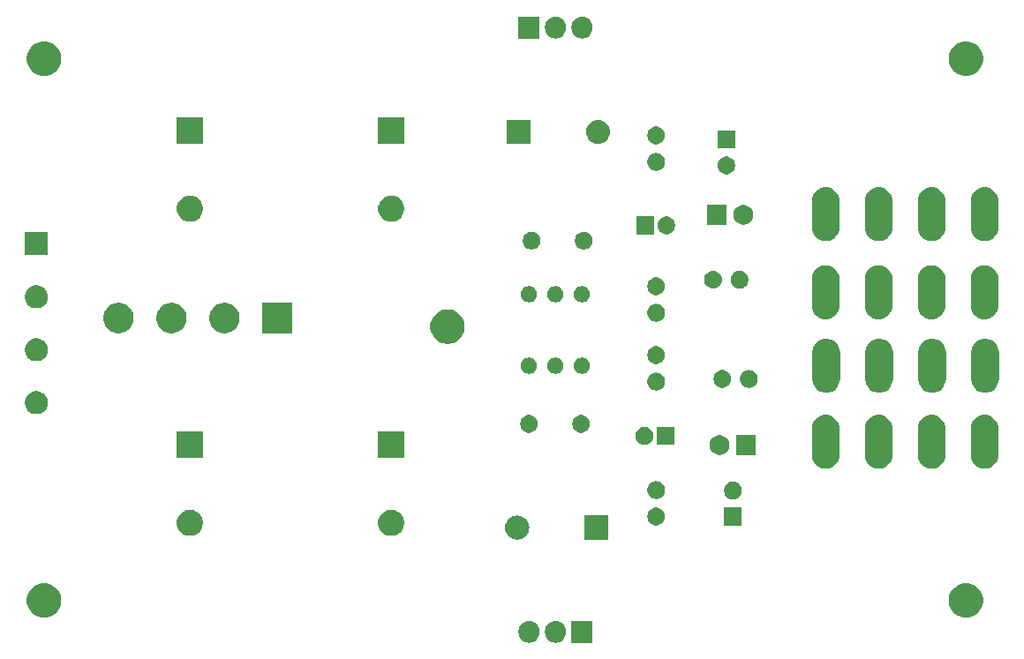
<source format=gbr>
G04 #@! TF.GenerationSoftware,KiCad,Pcbnew,(5.1.4-0-10_14)*
G04 #@! TF.CreationDate,2019-08-27T23:22:26+02:00*
G04 #@! TF.ProjectId,PSU-Matti-v02,5053552d-4d61-4747-9469-2d7630322e6b,v01*
G04 #@! TF.SameCoordinates,Original*
G04 #@! TF.FileFunction,Soldermask,Bot*
G04 #@! TF.FilePolarity,Negative*
%FSLAX46Y46*%
G04 Gerber Fmt 4.6, Leading zero omitted, Abs format (unit mm)*
G04 Created by KiCad (PCBNEW (5.1.4-0-10_14)) date 2019-08-27 23:22:26*
%MOMM*%
%LPD*%
G04 APERTURE LIST*
%ADD10C,0.100000*%
G04 APERTURE END LIST*
D10*
G36*
X127704681Y-129963717D02*
G01*
X127893804Y-130021087D01*
X127893806Y-130021088D01*
X128068099Y-130114250D01*
X128068101Y-130114251D01*
X128068100Y-130114251D01*
X128220873Y-130239627D01*
X128346249Y-130392400D01*
X128439413Y-130566697D01*
X128496783Y-130755820D01*
X128511300Y-130903217D01*
X128511300Y-131096784D01*
X128496783Y-131244181D01*
X128439413Y-131433303D01*
X128439412Y-131433306D01*
X128346250Y-131607599D01*
X128220873Y-131760373D01*
X128068099Y-131885750D01*
X127893805Y-131978912D01*
X127893803Y-131978913D01*
X127704680Y-132036283D01*
X127508000Y-132055654D01*
X127311319Y-132036283D01*
X127122196Y-131978913D01*
X127122194Y-131978912D01*
X126947901Y-131885750D01*
X126795127Y-131760373D01*
X126669750Y-131607599D01*
X126576588Y-131433305D01*
X126576587Y-131433303D01*
X126519217Y-131244180D01*
X126504700Y-131096783D01*
X126504700Y-130903216D01*
X126519217Y-130755819D01*
X126576587Y-130566696D01*
X126669751Y-130392400D01*
X126795127Y-130239627D01*
X126947900Y-130114251D01*
X127122197Y-130021087D01*
X127311320Y-129963717D01*
X127508000Y-129944346D01*
X127704681Y-129963717D01*
X127704681Y-129963717D01*
G37*
G36*
X130244681Y-129963717D02*
G01*
X130433804Y-130021087D01*
X130433806Y-130021088D01*
X130608099Y-130114250D01*
X130608101Y-130114251D01*
X130608100Y-130114251D01*
X130760873Y-130239627D01*
X130886249Y-130392400D01*
X130979413Y-130566697D01*
X131036783Y-130755820D01*
X131051300Y-130903217D01*
X131051300Y-131096784D01*
X131036783Y-131244181D01*
X130979413Y-131433303D01*
X130979412Y-131433306D01*
X130886250Y-131607599D01*
X130760873Y-131760373D01*
X130608099Y-131885750D01*
X130433805Y-131978912D01*
X130433803Y-131978913D01*
X130244680Y-132036283D01*
X130048000Y-132055654D01*
X129851319Y-132036283D01*
X129662196Y-131978913D01*
X129662194Y-131978912D01*
X129487901Y-131885750D01*
X129335127Y-131760373D01*
X129209750Y-131607599D01*
X129116588Y-131433305D01*
X129116587Y-131433303D01*
X129059217Y-131244180D01*
X129044700Y-131096783D01*
X129044700Y-130903216D01*
X129059217Y-130755819D01*
X129116587Y-130566696D01*
X129209751Y-130392400D01*
X129335127Y-130239627D01*
X129487900Y-130114251D01*
X129662197Y-130021087D01*
X129851320Y-129963717D01*
X130048000Y-129944346D01*
X130244681Y-129963717D01*
X130244681Y-129963717D01*
G37*
G36*
X133591300Y-132050800D02*
G01*
X131584700Y-132050800D01*
X131584700Y-129949200D01*
X133591300Y-129949200D01*
X133591300Y-132050800D01*
X133591300Y-132050800D01*
G37*
G36*
X169686900Y-126370346D02*
G01*
X169899521Y-126412639D01*
X170199947Y-126537080D01*
X170470324Y-126717740D01*
X170700260Y-126947676D01*
X170880920Y-127218053D01*
X171005361Y-127518479D01*
X171068800Y-127837410D01*
X171068800Y-128162590D01*
X171005361Y-128481521D01*
X170880920Y-128781947D01*
X170700260Y-129052324D01*
X170470324Y-129282260D01*
X170199947Y-129462920D01*
X169899521Y-129587361D01*
X169686900Y-129629654D01*
X169580591Y-129650800D01*
X169255409Y-129650800D01*
X169149100Y-129629654D01*
X168936479Y-129587361D01*
X168636053Y-129462920D01*
X168365676Y-129282260D01*
X168135740Y-129052324D01*
X167955080Y-128781947D01*
X167830639Y-128481521D01*
X167767200Y-128162590D01*
X167767200Y-127837410D01*
X167830639Y-127518479D01*
X167955080Y-127218053D01*
X168135740Y-126947676D01*
X168365676Y-126717740D01*
X168636053Y-126537080D01*
X168936479Y-126412639D01*
X169149100Y-126370346D01*
X169255409Y-126349200D01*
X169580591Y-126349200D01*
X169686900Y-126370346D01*
X169686900Y-126370346D01*
G37*
G36*
X81268900Y-126370346D02*
G01*
X81481521Y-126412639D01*
X81781947Y-126537080D01*
X82052324Y-126717740D01*
X82282260Y-126947676D01*
X82462920Y-127218053D01*
X82587361Y-127518479D01*
X82650800Y-127837410D01*
X82650800Y-128162590D01*
X82587361Y-128481521D01*
X82462920Y-128781947D01*
X82282260Y-129052324D01*
X82052324Y-129282260D01*
X81781947Y-129462920D01*
X81481521Y-129587361D01*
X81268900Y-129629654D01*
X81162591Y-129650800D01*
X80837409Y-129650800D01*
X80731100Y-129629654D01*
X80518479Y-129587361D01*
X80218053Y-129462920D01*
X79947676Y-129282260D01*
X79717740Y-129052324D01*
X79537080Y-128781947D01*
X79412639Y-128481521D01*
X79349200Y-128162590D01*
X79349200Y-127837410D01*
X79412639Y-127518479D01*
X79537080Y-127218053D01*
X79717740Y-126947676D01*
X79947676Y-126717740D01*
X80218053Y-126537080D01*
X80518479Y-126412639D01*
X80731100Y-126370346D01*
X80837409Y-126349200D01*
X81162591Y-126349200D01*
X81268900Y-126370346D01*
X81268900Y-126370346D01*
G37*
G36*
X135150800Y-122150800D02*
G01*
X132849200Y-122150800D01*
X132849200Y-119849200D01*
X135150800Y-119849200D01*
X135150800Y-122150800D01*
X135150800Y-122150800D01*
G37*
G36*
X126492888Y-119854750D02*
G01*
X126605596Y-119865851D01*
X126822523Y-119931655D01*
X126822525Y-119931656D01*
X127022439Y-120038512D01*
X127022440Y-120038513D01*
X127022444Y-120038515D01*
X127197676Y-120182324D01*
X127341485Y-120357556D01*
X127341487Y-120357560D01*
X127341488Y-120357561D01*
X127406052Y-120478352D01*
X127448345Y-120557477D01*
X127514149Y-120774404D01*
X127536368Y-121000000D01*
X127514149Y-121225596D01*
X127448345Y-121442523D01*
X127341485Y-121642444D01*
X127197676Y-121817676D01*
X127022444Y-121961485D01*
X127022440Y-121961487D01*
X127022439Y-121961488D01*
X126822525Y-122068344D01*
X126822523Y-122068345D01*
X126605596Y-122134149D01*
X126492888Y-122145250D01*
X126436535Y-122150800D01*
X126323465Y-122150800D01*
X126267112Y-122145250D01*
X126154404Y-122134149D01*
X125937477Y-122068345D01*
X125937475Y-122068344D01*
X125737561Y-121961488D01*
X125737560Y-121961487D01*
X125737556Y-121961485D01*
X125562324Y-121817676D01*
X125418515Y-121642444D01*
X125311655Y-121442523D01*
X125245851Y-121225596D01*
X125223632Y-121000000D01*
X125245851Y-120774404D01*
X125311655Y-120557477D01*
X125353948Y-120478352D01*
X125418512Y-120357561D01*
X125418513Y-120357560D01*
X125418515Y-120357556D01*
X125562324Y-120182324D01*
X125737556Y-120038515D01*
X125737560Y-120038513D01*
X125737561Y-120038512D01*
X125937475Y-119931656D01*
X125937477Y-119931655D01*
X126154404Y-119865851D01*
X126267112Y-119854750D01*
X126323465Y-119849200D01*
X126436535Y-119849200D01*
X126492888Y-119854750D01*
X126492888Y-119854750D01*
G37*
G36*
X95360844Y-119343267D02*
G01*
X95588476Y-119437555D01*
X95588477Y-119437556D01*
X95793336Y-119574438D01*
X95967562Y-119748664D01*
X96034738Y-119849200D01*
X96104445Y-119953524D01*
X96131896Y-120019797D01*
X96198733Y-120181156D01*
X96246800Y-120422806D01*
X96246800Y-120669194D01*
X96198733Y-120910844D01*
X96161803Y-121000000D01*
X96104445Y-121138476D01*
X96104444Y-121138477D01*
X95967562Y-121343336D01*
X95793336Y-121517562D01*
X95656763Y-121608817D01*
X95588476Y-121654445D01*
X95360844Y-121748733D01*
X95119194Y-121796800D01*
X94872806Y-121796800D01*
X94631156Y-121748733D01*
X94403524Y-121654445D01*
X94335237Y-121608817D01*
X94198664Y-121517562D01*
X94024438Y-121343336D01*
X93887556Y-121138477D01*
X93887555Y-121138476D01*
X93830197Y-121000000D01*
X93793267Y-120910844D01*
X93745200Y-120669194D01*
X93745200Y-120422806D01*
X93793267Y-120181156D01*
X93860104Y-120019797D01*
X93887555Y-119953524D01*
X93957262Y-119849200D01*
X94024438Y-119748664D01*
X94198664Y-119574438D01*
X94403523Y-119437556D01*
X94403524Y-119437555D01*
X94631156Y-119343267D01*
X94872806Y-119295200D01*
X95119194Y-119295200D01*
X95360844Y-119343267D01*
X95360844Y-119343267D01*
G37*
G36*
X114664844Y-119343267D02*
G01*
X114892476Y-119437555D01*
X114892477Y-119437556D01*
X115097336Y-119574438D01*
X115271562Y-119748664D01*
X115338738Y-119849200D01*
X115408445Y-119953524D01*
X115435896Y-120019797D01*
X115502733Y-120181156D01*
X115550800Y-120422806D01*
X115550800Y-120669194D01*
X115502733Y-120910844D01*
X115465803Y-121000000D01*
X115408445Y-121138476D01*
X115408444Y-121138477D01*
X115271562Y-121343336D01*
X115097336Y-121517562D01*
X114960763Y-121608817D01*
X114892476Y-121654445D01*
X114664844Y-121748733D01*
X114423194Y-121796800D01*
X114176806Y-121796800D01*
X113935156Y-121748733D01*
X113707524Y-121654445D01*
X113639237Y-121608817D01*
X113502664Y-121517562D01*
X113328438Y-121343336D01*
X113191556Y-121138477D01*
X113191555Y-121138476D01*
X113134197Y-121000000D01*
X113097267Y-120910844D01*
X113049200Y-120669194D01*
X113049200Y-120422806D01*
X113097267Y-120181156D01*
X113164104Y-120019797D01*
X113191555Y-119953524D01*
X113261262Y-119849200D01*
X113328438Y-119748664D01*
X113502664Y-119574438D01*
X113707523Y-119437556D01*
X113707524Y-119437555D01*
X113935156Y-119343267D01*
X114176806Y-119295200D01*
X114423194Y-119295200D01*
X114664844Y-119343267D01*
X114664844Y-119343267D01*
G37*
G36*
X147916800Y-120786800D02*
G01*
X146215200Y-120786800D01*
X146215200Y-119085200D01*
X147916800Y-119085200D01*
X147916800Y-120786800D01*
X147916800Y-120786800D01*
G37*
G36*
X139948169Y-119117895D02*
G01*
X140103005Y-119182031D01*
X140242354Y-119275140D01*
X140360860Y-119393646D01*
X140453969Y-119532995D01*
X140518105Y-119687831D01*
X140550800Y-119852203D01*
X140550800Y-120019797D01*
X140518105Y-120184169D01*
X140453969Y-120339005D01*
X140360860Y-120478354D01*
X140242354Y-120596860D01*
X140103005Y-120689969D01*
X139948169Y-120754105D01*
X139783797Y-120786800D01*
X139616203Y-120786800D01*
X139451831Y-120754105D01*
X139296995Y-120689969D01*
X139157646Y-120596860D01*
X139039140Y-120478354D01*
X138946031Y-120339005D01*
X138881895Y-120184169D01*
X138849200Y-120019797D01*
X138849200Y-119852203D01*
X138881895Y-119687831D01*
X138946031Y-119532995D01*
X139039140Y-119393646D01*
X139157646Y-119275140D01*
X139296995Y-119182031D01*
X139451831Y-119117895D01*
X139616203Y-119085200D01*
X139783797Y-119085200D01*
X139948169Y-119117895D01*
X139948169Y-119117895D01*
G37*
G36*
X147314169Y-116617895D02*
G01*
X147469005Y-116682031D01*
X147608354Y-116775140D01*
X147726860Y-116893646D01*
X147819969Y-117032995D01*
X147884105Y-117187831D01*
X147916800Y-117352203D01*
X147916800Y-117519797D01*
X147884105Y-117684169D01*
X147819969Y-117839005D01*
X147726860Y-117978354D01*
X147608354Y-118096860D01*
X147469005Y-118189969D01*
X147314169Y-118254105D01*
X147149797Y-118286800D01*
X146982203Y-118286800D01*
X146817831Y-118254105D01*
X146662995Y-118189969D01*
X146523646Y-118096860D01*
X146405140Y-117978354D01*
X146312031Y-117839005D01*
X146247895Y-117684169D01*
X146215200Y-117519797D01*
X146215200Y-117352203D01*
X146247895Y-117187831D01*
X146312031Y-117032995D01*
X146405140Y-116893646D01*
X146523646Y-116775140D01*
X146662995Y-116682031D01*
X146817831Y-116617895D01*
X146982203Y-116585200D01*
X147149797Y-116585200D01*
X147314169Y-116617895D01*
X147314169Y-116617895D01*
G37*
G36*
X139866787Y-116557510D02*
G01*
X140027162Y-116606160D01*
X140174965Y-116685162D01*
X140304517Y-116791483D01*
X140410838Y-116921035D01*
X140489840Y-117068838D01*
X140538490Y-117229213D01*
X140554916Y-117396000D01*
X140538490Y-117562787D01*
X140489840Y-117723162D01*
X140410838Y-117870965D01*
X140304517Y-118000517D01*
X140174965Y-118106838D01*
X140027162Y-118185840D01*
X139866787Y-118234490D01*
X139741794Y-118246800D01*
X139658206Y-118246800D01*
X139533213Y-118234490D01*
X139372838Y-118185840D01*
X139225035Y-118106838D01*
X139095483Y-118000517D01*
X138989162Y-117870965D01*
X138910160Y-117723162D01*
X138861510Y-117562787D01*
X138845084Y-117396000D01*
X138861510Y-117229213D01*
X138910160Y-117068838D01*
X138989162Y-116921035D01*
X139095483Y-116791483D01*
X139225035Y-116685162D01*
X139372838Y-116606160D01*
X139533213Y-116557510D01*
X139658206Y-116545200D01*
X139741794Y-116545200D01*
X139866787Y-116557510D01*
X139866787Y-116557510D01*
G37*
G36*
X166374920Y-110188811D02*
G01*
X166499408Y-110226574D01*
X166623894Y-110264336D01*
X166623896Y-110264337D01*
X166853346Y-110386981D01*
X167054465Y-110552035D01*
X167219519Y-110753154D01*
X167342163Y-110982604D01*
X167417689Y-111231580D01*
X167436800Y-111425619D01*
X167436800Y-114095381D01*
X167417689Y-114289420D01*
X167342163Y-114538396D01*
X167219520Y-114767845D01*
X167219518Y-114767847D01*
X167054465Y-114968965D01*
X166889411Y-115104420D01*
X166853345Y-115134019D01*
X166623895Y-115256663D01*
X166623893Y-115256664D01*
X166499407Y-115294426D01*
X166374919Y-115332189D01*
X166116000Y-115357690D01*
X165857080Y-115332189D01*
X165732592Y-115294426D01*
X165608106Y-115256664D01*
X165608104Y-115256663D01*
X165378654Y-115134019D01*
X165348073Y-115108921D01*
X165177535Y-114968965D01*
X165012482Y-114767846D01*
X164889836Y-114538393D01*
X164814312Y-114289421D01*
X164814311Y-114289419D01*
X164795200Y-114095380D01*
X164795201Y-111425619D01*
X164814312Y-111231580D01*
X164889838Y-110982604D01*
X165012482Y-110753154D01*
X165177536Y-110552035D01*
X165378655Y-110386981D01*
X165608105Y-110264337D01*
X165608107Y-110264336D01*
X165732593Y-110226574D01*
X165857081Y-110188811D01*
X166116000Y-110163310D01*
X166374920Y-110188811D01*
X166374920Y-110188811D01*
G37*
G36*
X171454920Y-110188811D02*
G01*
X171579408Y-110226574D01*
X171703894Y-110264336D01*
X171703896Y-110264337D01*
X171933346Y-110386981D01*
X172134465Y-110552035D01*
X172299519Y-110753154D01*
X172422163Y-110982604D01*
X172497689Y-111231580D01*
X172516800Y-111425619D01*
X172516800Y-114095381D01*
X172497689Y-114289420D01*
X172422163Y-114538396D01*
X172299520Y-114767845D01*
X172299518Y-114767847D01*
X172134465Y-114968965D01*
X171969411Y-115104420D01*
X171933345Y-115134019D01*
X171703895Y-115256663D01*
X171703893Y-115256664D01*
X171579407Y-115294426D01*
X171454919Y-115332189D01*
X171196000Y-115357690D01*
X170937080Y-115332189D01*
X170812592Y-115294426D01*
X170688106Y-115256664D01*
X170688104Y-115256663D01*
X170458654Y-115134019D01*
X170428073Y-115108921D01*
X170257535Y-114968965D01*
X170092482Y-114767846D01*
X169969836Y-114538393D01*
X169894312Y-114289421D01*
X169894311Y-114289419D01*
X169875200Y-114095380D01*
X169875201Y-111425619D01*
X169894312Y-111231580D01*
X169969838Y-110982604D01*
X170092482Y-110753154D01*
X170257536Y-110552035D01*
X170458655Y-110386981D01*
X170688105Y-110264337D01*
X170688107Y-110264336D01*
X170812593Y-110226574D01*
X170937081Y-110188811D01*
X171196000Y-110163310D01*
X171454920Y-110188811D01*
X171454920Y-110188811D01*
G37*
G36*
X156214920Y-110188811D02*
G01*
X156339408Y-110226574D01*
X156463894Y-110264336D01*
X156463896Y-110264337D01*
X156693346Y-110386981D01*
X156894465Y-110552035D01*
X157059519Y-110753154D01*
X157182163Y-110982604D01*
X157257689Y-111231580D01*
X157276800Y-111425619D01*
X157276800Y-114095381D01*
X157257689Y-114289420D01*
X157182163Y-114538396D01*
X157059520Y-114767845D01*
X157059518Y-114767847D01*
X156894465Y-114968965D01*
X156729411Y-115104420D01*
X156693345Y-115134019D01*
X156463895Y-115256663D01*
X156463893Y-115256664D01*
X156339407Y-115294426D01*
X156214919Y-115332189D01*
X155956000Y-115357690D01*
X155697080Y-115332189D01*
X155572592Y-115294426D01*
X155448106Y-115256664D01*
X155448104Y-115256663D01*
X155218654Y-115134019D01*
X155188073Y-115108921D01*
X155017535Y-114968965D01*
X154852482Y-114767846D01*
X154729836Y-114538393D01*
X154654312Y-114289421D01*
X154654311Y-114289419D01*
X154635200Y-114095380D01*
X154635201Y-111425619D01*
X154654312Y-111231580D01*
X154729838Y-110982604D01*
X154852482Y-110753154D01*
X155017536Y-110552035D01*
X155218655Y-110386981D01*
X155448105Y-110264337D01*
X155448107Y-110264336D01*
X155572593Y-110226574D01*
X155697081Y-110188811D01*
X155956000Y-110163310D01*
X156214920Y-110188811D01*
X156214920Y-110188811D01*
G37*
G36*
X161294920Y-110188811D02*
G01*
X161419408Y-110226574D01*
X161543894Y-110264336D01*
X161543896Y-110264337D01*
X161773346Y-110386981D01*
X161974465Y-110552035D01*
X162139519Y-110753154D01*
X162262163Y-110982604D01*
X162337689Y-111231580D01*
X162356800Y-111425619D01*
X162356800Y-114095381D01*
X162337689Y-114289420D01*
X162262163Y-114538396D01*
X162139520Y-114767845D01*
X162139518Y-114767847D01*
X161974465Y-114968965D01*
X161809411Y-115104420D01*
X161773345Y-115134019D01*
X161543895Y-115256663D01*
X161543893Y-115256664D01*
X161419407Y-115294426D01*
X161294919Y-115332189D01*
X161036000Y-115357690D01*
X160777080Y-115332189D01*
X160652592Y-115294426D01*
X160528106Y-115256664D01*
X160528104Y-115256663D01*
X160298654Y-115134019D01*
X160268073Y-115108921D01*
X160097535Y-114968965D01*
X159932482Y-114767846D01*
X159809836Y-114538393D01*
X159734312Y-114289421D01*
X159734311Y-114289419D01*
X159715200Y-114095380D01*
X159715201Y-111425619D01*
X159734312Y-111231580D01*
X159809838Y-110982604D01*
X159932482Y-110753154D01*
X160097536Y-110552035D01*
X160298655Y-110386981D01*
X160528105Y-110264337D01*
X160528107Y-110264336D01*
X160652593Y-110226574D01*
X160777081Y-110188811D01*
X161036000Y-110163310D01*
X161294920Y-110188811D01*
X161294920Y-110188811D01*
G37*
G36*
X96246800Y-114296800D02*
G01*
X93745200Y-114296800D01*
X93745200Y-111795200D01*
X96246800Y-111795200D01*
X96246800Y-114296800D01*
X96246800Y-114296800D01*
G37*
G36*
X115550800Y-114296800D02*
G01*
X113049200Y-114296800D01*
X113049200Y-111795200D01*
X115550800Y-111795200D01*
X115550800Y-114296800D01*
X115550800Y-114296800D01*
G37*
G36*
X146073338Y-112163738D02*
G01*
X146246373Y-112235412D01*
X146402100Y-112339465D01*
X146534535Y-112471900D01*
X146638588Y-112627627D01*
X146710262Y-112800662D01*
X146746800Y-112984354D01*
X146746800Y-113171646D01*
X146710262Y-113355338D01*
X146638588Y-113528373D01*
X146534535Y-113684100D01*
X146402100Y-113816535D01*
X146246373Y-113920588D01*
X146073338Y-113992262D01*
X145889646Y-114028800D01*
X145702354Y-114028800D01*
X145518662Y-113992262D01*
X145345627Y-113920588D01*
X145189900Y-113816535D01*
X145057465Y-113684100D01*
X144953412Y-113528373D01*
X144881738Y-113355338D01*
X144845200Y-113171646D01*
X144845200Y-112984354D01*
X144881738Y-112800662D01*
X144953412Y-112627627D01*
X145057465Y-112471900D01*
X145189900Y-112339465D01*
X145345627Y-112235412D01*
X145518662Y-112163738D01*
X145702354Y-112127200D01*
X145889646Y-112127200D01*
X146073338Y-112163738D01*
X146073338Y-112163738D01*
G37*
G36*
X149286800Y-114028800D02*
G01*
X147385200Y-114028800D01*
X147385200Y-112127200D01*
X149286800Y-112127200D01*
X149286800Y-114028800D01*
X149286800Y-114028800D01*
G37*
G36*
X141439800Y-113039800D02*
G01*
X139738200Y-113039800D01*
X139738200Y-111338200D01*
X141439800Y-111338200D01*
X141439800Y-113039800D01*
X141439800Y-113039800D01*
G37*
G36*
X138837169Y-111370895D02*
G01*
X138992005Y-111435031D01*
X139131354Y-111528140D01*
X139249860Y-111646646D01*
X139342969Y-111785995D01*
X139407105Y-111940831D01*
X139439800Y-112105203D01*
X139439800Y-112272797D01*
X139407105Y-112437169D01*
X139342969Y-112592005D01*
X139249860Y-112731354D01*
X139131354Y-112849860D01*
X138992005Y-112942969D01*
X138837169Y-113007105D01*
X138672797Y-113039800D01*
X138505203Y-113039800D01*
X138340831Y-113007105D01*
X138185995Y-112942969D01*
X138046646Y-112849860D01*
X137928140Y-112731354D01*
X137835031Y-112592005D01*
X137770895Y-112437169D01*
X137738200Y-112272797D01*
X137738200Y-112105203D01*
X137770895Y-111940831D01*
X137835031Y-111785995D01*
X137928140Y-111646646D01*
X138046646Y-111528140D01*
X138185995Y-111435031D01*
X138340831Y-111370895D01*
X138505203Y-111338200D01*
X138672797Y-111338200D01*
X138837169Y-111370895D01*
X138837169Y-111370895D01*
G37*
G36*
X132756169Y-110227895D02*
G01*
X132911005Y-110292031D01*
X133050354Y-110385140D01*
X133168860Y-110503646D01*
X133261969Y-110642995D01*
X133326105Y-110797831D01*
X133358800Y-110962203D01*
X133358800Y-111129797D01*
X133326105Y-111294169D01*
X133261969Y-111449005D01*
X133168860Y-111588354D01*
X133050354Y-111706860D01*
X132911005Y-111799969D01*
X132756169Y-111864105D01*
X132591797Y-111896800D01*
X132424203Y-111896800D01*
X132259831Y-111864105D01*
X132104995Y-111799969D01*
X131965646Y-111706860D01*
X131847140Y-111588354D01*
X131754031Y-111449005D01*
X131689895Y-111294169D01*
X131657200Y-111129797D01*
X131657200Y-110962203D01*
X131689895Y-110797831D01*
X131754031Y-110642995D01*
X131847140Y-110503646D01*
X131965646Y-110385140D01*
X132104995Y-110292031D01*
X132259831Y-110227895D01*
X132424203Y-110195200D01*
X132591797Y-110195200D01*
X132756169Y-110227895D01*
X132756169Y-110227895D01*
G37*
G36*
X127756169Y-110227895D02*
G01*
X127911005Y-110292031D01*
X128050354Y-110385140D01*
X128168860Y-110503646D01*
X128261969Y-110642995D01*
X128326105Y-110797831D01*
X128358800Y-110962203D01*
X128358800Y-111129797D01*
X128326105Y-111294169D01*
X128261969Y-111449005D01*
X128168860Y-111588354D01*
X128050354Y-111706860D01*
X127911005Y-111799969D01*
X127756169Y-111864105D01*
X127591797Y-111896800D01*
X127424203Y-111896800D01*
X127259831Y-111864105D01*
X127104995Y-111799969D01*
X126965646Y-111706860D01*
X126847140Y-111588354D01*
X126754031Y-111449005D01*
X126689895Y-111294169D01*
X126657200Y-111129797D01*
X126657200Y-110962203D01*
X126689895Y-110797831D01*
X126754031Y-110642995D01*
X126847140Y-110503646D01*
X126965646Y-110385140D01*
X127104995Y-110292031D01*
X127259831Y-110227895D01*
X127424203Y-110195200D01*
X127591797Y-110195200D01*
X127756169Y-110227895D01*
X127756169Y-110227895D01*
G37*
G36*
X80514200Y-107941402D02*
G01*
X80585091Y-107955503D01*
X80668071Y-107989875D01*
X80785423Y-108038483D01*
X80874959Y-108098309D01*
X80965719Y-108158953D01*
X81119047Y-108312281D01*
X81119048Y-108312283D01*
X81239517Y-108492577D01*
X81322497Y-108692910D01*
X81364800Y-108905579D01*
X81364800Y-109122421D01*
X81322497Y-109335090D01*
X81239517Y-109535423D01*
X81239516Y-109535424D01*
X81119047Y-109715719D01*
X80965719Y-109869047D01*
X80874959Y-109929691D01*
X80785423Y-109989517D01*
X80668071Y-110038125D01*
X80585091Y-110072497D01*
X80514200Y-110086598D01*
X80372421Y-110114800D01*
X80155579Y-110114800D01*
X80013800Y-110086598D01*
X79942909Y-110072497D01*
X79859929Y-110038125D01*
X79742577Y-109989517D01*
X79653041Y-109929691D01*
X79562281Y-109869047D01*
X79408953Y-109715719D01*
X79288484Y-109535424D01*
X79288483Y-109535423D01*
X79205503Y-109335090D01*
X79163200Y-109122421D01*
X79163200Y-108905579D01*
X79205503Y-108692910D01*
X79288483Y-108492577D01*
X79408952Y-108312283D01*
X79408953Y-108312281D01*
X79562281Y-108158953D01*
X79653041Y-108098309D01*
X79742577Y-108038483D01*
X79859929Y-107989875D01*
X79942909Y-107955503D01*
X80013800Y-107941402D01*
X80155579Y-107913200D01*
X80372421Y-107913200D01*
X80514200Y-107941402D01*
X80514200Y-107941402D01*
G37*
G36*
X171518420Y-102886311D02*
G01*
X171642908Y-102924074D01*
X171767394Y-102961836D01*
X171767396Y-102961837D01*
X171996846Y-103084481D01*
X172197965Y-103249535D01*
X172363019Y-103450654D01*
X172485663Y-103680104D01*
X172561189Y-103929080D01*
X172580300Y-104123119D01*
X172580300Y-106792881D01*
X172561189Y-106986920D01*
X172485663Y-107235896D01*
X172363020Y-107465345D01*
X172363018Y-107465347D01*
X172197965Y-107666465D01*
X172069564Y-107771840D01*
X171996845Y-107831519D01*
X171994448Y-107832800D01*
X171767393Y-107954164D01*
X171642907Y-107991926D01*
X171518419Y-108029689D01*
X171259500Y-108055190D01*
X171000580Y-108029689D01*
X170876092Y-107991926D01*
X170751606Y-107954164D01*
X170524551Y-107832800D01*
X170522154Y-107831519D01*
X170449434Y-107771839D01*
X170321035Y-107666465D01*
X170155982Y-107465346D01*
X170151503Y-107456966D01*
X170033337Y-107235895D01*
X169957811Y-106986919D01*
X169938700Y-106792880D01*
X169938701Y-104123119D01*
X169957812Y-103929080D01*
X170033338Y-103680104D01*
X170155982Y-103450654D01*
X170321036Y-103249535D01*
X170522155Y-103084481D01*
X170751605Y-102961837D01*
X170751607Y-102961836D01*
X170876093Y-102924074D01*
X171000581Y-102886311D01*
X171259500Y-102860810D01*
X171518420Y-102886311D01*
X171518420Y-102886311D01*
G37*
G36*
X161358420Y-102886311D02*
G01*
X161482908Y-102924074D01*
X161607394Y-102961836D01*
X161607396Y-102961837D01*
X161836846Y-103084481D01*
X162037965Y-103249535D01*
X162203019Y-103450654D01*
X162325663Y-103680104D01*
X162401189Y-103929080D01*
X162420300Y-104123119D01*
X162420300Y-106792881D01*
X162401189Y-106986920D01*
X162325663Y-107235896D01*
X162203020Y-107465345D01*
X162203018Y-107465347D01*
X162037965Y-107666465D01*
X161909564Y-107771840D01*
X161836845Y-107831519D01*
X161834448Y-107832800D01*
X161607393Y-107954164D01*
X161482907Y-107991926D01*
X161358419Y-108029689D01*
X161099500Y-108055190D01*
X160840580Y-108029689D01*
X160716092Y-107991926D01*
X160591606Y-107954164D01*
X160364551Y-107832800D01*
X160362154Y-107831519D01*
X160289434Y-107771839D01*
X160161035Y-107666465D01*
X159995982Y-107465346D01*
X159991503Y-107456966D01*
X159873337Y-107235895D01*
X159797811Y-106986919D01*
X159778700Y-106792880D01*
X159778701Y-104123119D01*
X159797812Y-103929080D01*
X159873338Y-103680104D01*
X159995982Y-103450654D01*
X160161036Y-103249535D01*
X160362155Y-103084481D01*
X160591605Y-102961837D01*
X160591607Y-102961836D01*
X160716093Y-102924074D01*
X160840581Y-102886311D01*
X161099500Y-102860810D01*
X161358420Y-102886311D01*
X161358420Y-102886311D01*
G37*
G36*
X156278420Y-102886311D02*
G01*
X156402908Y-102924074D01*
X156527394Y-102961836D01*
X156527396Y-102961837D01*
X156756846Y-103084481D01*
X156957965Y-103249535D01*
X157123019Y-103450654D01*
X157245663Y-103680104D01*
X157321189Y-103929080D01*
X157340300Y-104123119D01*
X157340300Y-106792881D01*
X157321189Y-106986920D01*
X157245663Y-107235896D01*
X157123020Y-107465345D01*
X157123018Y-107465347D01*
X156957965Y-107666465D01*
X156829564Y-107771840D01*
X156756845Y-107831519D01*
X156754448Y-107832800D01*
X156527393Y-107954164D01*
X156402907Y-107991926D01*
X156278419Y-108029689D01*
X156019500Y-108055190D01*
X155760580Y-108029689D01*
X155636092Y-107991926D01*
X155511606Y-107954164D01*
X155284551Y-107832800D01*
X155282154Y-107831519D01*
X155209434Y-107771839D01*
X155081035Y-107666465D01*
X154915982Y-107465346D01*
X154911503Y-107456966D01*
X154793337Y-107235895D01*
X154717811Y-106986919D01*
X154698700Y-106792880D01*
X154698701Y-104123119D01*
X154717812Y-103929080D01*
X154793338Y-103680104D01*
X154915982Y-103450654D01*
X155081036Y-103249535D01*
X155282155Y-103084481D01*
X155511605Y-102961837D01*
X155511607Y-102961836D01*
X155636093Y-102924074D01*
X155760581Y-102886311D01*
X156019500Y-102860810D01*
X156278420Y-102886311D01*
X156278420Y-102886311D01*
G37*
G36*
X166438420Y-102886311D02*
G01*
X166562908Y-102924074D01*
X166687394Y-102961836D01*
X166687396Y-102961837D01*
X166916846Y-103084481D01*
X167117965Y-103249535D01*
X167283019Y-103450654D01*
X167405663Y-103680104D01*
X167481189Y-103929080D01*
X167500300Y-104123119D01*
X167500300Y-106792881D01*
X167481189Y-106986920D01*
X167405663Y-107235896D01*
X167283020Y-107465345D01*
X167283018Y-107465347D01*
X167117965Y-107666465D01*
X166989564Y-107771840D01*
X166916845Y-107831519D01*
X166914448Y-107832800D01*
X166687393Y-107954164D01*
X166562907Y-107991926D01*
X166438419Y-108029689D01*
X166179500Y-108055190D01*
X165920580Y-108029689D01*
X165796092Y-107991926D01*
X165671606Y-107954164D01*
X165444551Y-107832800D01*
X165442154Y-107831519D01*
X165369434Y-107771839D01*
X165241035Y-107666465D01*
X165075982Y-107465346D01*
X165071503Y-107456966D01*
X164953337Y-107235895D01*
X164877811Y-106986919D01*
X164858700Y-106792880D01*
X164858701Y-104123119D01*
X164877812Y-103929080D01*
X164953338Y-103680104D01*
X165075982Y-103450654D01*
X165241036Y-103249535D01*
X165442155Y-103084481D01*
X165671605Y-102961837D01*
X165671607Y-102961836D01*
X165796093Y-102924074D01*
X165920581Y-102886311D01*
X166179500Y-102860810D01*
X166438420Y-102886311D01*
X166438420Y-102886311D01*
G37*
G36*
X139866787Y-106143510D02*
G01*
X140027162Y-106192160D01*
X140174965Y-106271162D01*
X140304517Y-106377483D01*
X140410838Y-106507035D01*
X140489840Y-106654838D01*
X140538490Y-106815213D01*
X140554916Y-106982000D01*
X140538490Y-107148787D01*
X140489840Y-107309162D01*
X140410838Y-107456965D01*
X140304517Y-107586517D01*
X140174965Y-107692838D01*
X140027162Y-107771840D01*
X139866787Y-107820490D01*
X139741794Y-107832800D01*
X139658206Y-107832800D01*
X139533213Y-107820490D01*
X139372838Y-107771840D01*
X139225035Y-107692838D01*
X139095483Y-107586517D01*
X138989162Y-107456965D01*
X138910160Y-107309162D01*
X138861510Y-107148787D01*
X138845084Y-106982000D01*
X138861510Y-106815213D01*
X138910160Y-106654838D01*
X138989162Y-106507035D01*
X139095483Y-106377483D01*
X139225035Y-106271162D01*
X139372838Y-106192160D01*
X139533213Y-106143510D01*
X139658206Y-106131200D01*
X139741794Y-106131200D01*
X139866787Y-106143510D01*
X139866787Y-106143510D01*
G37*
G36*
X146298169Y-105909895D02*
G01*
X146453005Y-105974031D01*
X146592354Y-106067140D01*
X146710860Y-106185646D01*
X146803969Y-106324995D01*
X146868105Y-106479831D01*
X146900800Y-106644203D01*
X146900800Y-106811797D01*
X146868105Y-106976169D01*
X146803969Y-107131005D01*
X146710860Y-107270354D01*
X146592354Y-107388860D01*
X146453005Y-107481969D01*
X146298169Y-107546105D01*
X146133797Y-107578800D01*
X145966203Y-107578800D01*
X145801831Y-107546105D01*
X145646995Y-107481969D01*
X145507646Y-107388860D01*
X145389140Y-107270354D01*
X145296031Y-107131005D01*
X145231895Y-106976169D01*
X145199200Y-106811797D01*
X145199200Y-106644203D01*
X145231895Y-106479831D01*
X145296031Y-106324995D01*
X145389140Y-106185646D01*
X145507646Y-106067140D01*
X145646995Y-105974031D01*
X145801831Y-105909895D01*
X145966203Y-105877200D01*
X146133797Y-105877200D01*
X146298169Y-105909895D01*
X146298169Y-105909895D01*
G37*
G36*
X148756787Y-105889510D02*
G01*
X148917162Y-105938160D01*
X149064965Y-106017162D01*
X149194517Y-106123483D01*
X149300838Y-106253035D01*
X149379840Y-106400838D01*
X149428490Y-106561213D01*
X149444916Y-106728000D01*
X149428490Y-106894787D01*
X149379840Y-107055162D01*
X149300838Y-107202965D01*
X149194517Y-107332517D01*
X149064965Y-107438838D01*
X148917162Y-107517840D01*
X148756787Y-107566490D01*
X148631794Y-107578800D01*
X148548206Y-107578800D01*
X148423213Y-107566490D01*
X148262838Y-107517840D01*
X148115035Y-107438838D01*
X147985483Y-107332517D01*
X147879162Y-107202965D01*
X147800160Y-107055162D01*
X147751510Y-106894787D01*
X147735084Y-106728000D01*
X147751510Y-106561213D01*
X147800160Y-106400838D01*
X147879162Y-106253035D01*
X147985483Y-106123483D01*
X148115035Y-106017162D01*
X148262838Y-105938160D01*
X148423213Y-105889510D01*
X148548206Y-105877200D01*
X148631794Y-105877200D01*
X148756787Y-105889510D01*
X148756787Y-105889510D01*
G37*
G36*
X130161146Y-104694605D02*
G01*
X130272834Y-104716821D01*
X130413111Y-104774926D01*
X130539357Y-104859280D01*
X130646720Y-104966643D01*
X130731074Y-105092889D01*
X130789179Y-105233166D01*
X130818800Y-105382083D01*
X130818800Y-105533917D01*
X130789179Y-105682834D01*
X130731074Y-105823111D01*
X130646720Y-105949357D01*
X130539357Y-106056720D01*
X130413111Y-106141074D01*
X130272834Y-106199179D01*
X130161146Y-106221395D01*
X130123918Y-106228800D01*
X129972082Y-106228800D01*
X129934854Y-106221395D01*
X129823166Y-106199179D01*
X129682889Y-106141074D01*
X129556643Y-106056720D01*
X129449280Y-105949357D01*
X129364926Y-105823111D01*
X129306821Y-105682834D01*
X129277200Y-105533917D01*
X129277200Y-105382083D01*
X129306821Y-105233166D01*
X129364926Y-105092889D01*
X129449280Y-104966643D01*
X129556643Y-104859280D01*
X129682889Y-104774926D01*
X129823166Y-104716821D01*
X129934854Y-104694605D01*
X129972082Y-104687200D01*
X130123918Y-104687200D01*
X130161146Y-104694605D01*
X130161146Y-104694605D01*
G37*
G36*
X132701146Y-104694605D02*
G01*
X132812834Y-104716821D01*
X132953111Y-104774926D01*
X133079357Y-104859280D01*
X133186720Y-104966643D01*
X133271074Y-105092889D01*
X133329179Y-105233166D01*
X133358800Y-105382083D01*
X133358800Y-105533917D01*
X133329179Y-105682834D01*
X133271074Y-105823111D01*
X133186720Y-105949357D01*
X133079357Y-106056720D01*
X132953111Y-106141074D01*
X132812834Y-106199179D01*
X132701146Y-106221395D01*
X132663918Y-106228800D01*
X132512082Y-106228800D01*
X132474854Y-106221395D01*
X132363166Y-106199179D01*
X132222889Y-106141074D01*
X132096643Y-106056720D01*
X131989280Y-105949357D01*
X131904926Y-105823111D01*
X131846821Y-105682834D01*
X131817200Y-105533917D01*
X131817200Y-105382083D01*
X131846821Y-105233166D01*
X131904926Y-105092889D01*
X131989280Y-104966643D01*
X132096643Y-104859280D01*
X132222889Y-104774926D01*
X132363166Y-104716821D01*
X132474854Y-104694605D01*
X132512082Y-104687200D01*
X132663918Y-104687200D01*
X132701146Y-104694605D01*
X132701146Y-104694605D01*
G37*
G36*
X127621146Y-104694605D02*
G01*
X127732834Y-104716821D01*
X127873111Y-104774926D01*
X127999357Y-104859280D01*
X128106720Y-104966643D01*
X128191074Y-105092889D01*
X128249179Y-105233166D01*
X128278800Y-105382083D01*
X128278800Y-105533917D01*
X128249179Y-105682834D01*
X128191074Y-105823111D01*
X128106720Y-105949357D01*
X127999357Y-106056720D01*
X127873111Y-106141074D01*
X127732834Y-106199179D01*
X127621146Y-106221395D01*
X127583918Y-106228800D01*
X127432082Y-106228800D01*
X127394854Y-106221395D01*
X127283166Y-106199179D01*
X127142889Y-106141074D01*
X127016643Y-106056720D01*
X126909280Y-105949357D01*
X126824926Y-105823111D01*
X126766821Y-105682834D01*
X126737200Y-105533917D01*
X126737200Y-105382083D01*
X126766821Y-105233166D01*
X126824926Y-105092889D01*
X126909280Y-104966643D01*
X127016643Y-104859280D01*
X127142889Y-104774926D01*
X127283166Y-104716821D01*
X127394854Y-104694605D01*
X127432082Y-104687200D01*
X127583918Y-104687200D01*
X127621146Y-104694605D01*
X127621146Y-104694605D01*
G37*
G36*
X139948169Y-103623895D02*
G01*
X140103005Y-103688031D01*
X140242354Y-103781140D01*
X140360860Y-103899646D01*
X140453969Y-104038995D01*
X140518105Y-104193831D01*
X140550800Y-104358203D01*
X140550800Y-104525797D01*
X140518105Y-104690169D01*
X140453969Y-104845005D01*
X140360860Y-104984354D01*
X140242354Y-105102860D01*
X140103005Y-105195969D01*
X139948169Y-105260105D01*
X139783797Y-105292800D01*
X139616203Y-105292800D01*
X139451831Y-105260105D01*
X139296995Y-105195969D01*
X139157646Y-105102860D01*
X139039140Y-104984354D01*
X138946031Y-104845005D01*
X138881895Y-104690169D01*
X138849200Y-104525797D01*
X138849200Y-104358203D01*
X138881895Y-104193831D01*
X138946031Y-104038995D01*
X139039140Y-103899646D01*
X139157646Y-103781140D01*
X139296995Y-103688031D01*
X139451831Y-103623895D01*
X139616203Y-103591200D01*
X139783797Y-103591200D01*
X139948169Y-103623895D01*
X139948169Y-103623895D01*
G37*
G36*
X80511224Y-102860810D02*
G01*
X80585091Y-102875503D01*
X80668071Y-102909875D01*
X80785423Y-102958483D01*
X80874959Y-103018309D01*
X80965719Y-103078953D01*
X81119047Y-103232281D01*
X81163534Y-103298861D01*
X81239517Y-103412577D01*
X81288125Y-103529929D01*
X81313505Y-103591200D01*
X81322497Y-103612910D01*
X81364800Y-103825579D01*
X81364800Y-104042421D01*
X81322497Y-104255090D01*
X81239517Y-104455423D01*
X81239516Y-104455424D01*
X81119047Y-104635719D01*
X80965719Y-104789047D01*
X80881975Y-104845003D01*
X80785423Y-104909517D01*
X80668071Y-104958125D01*
X80585091Y-104992497D01*
X80514200Y-105006598D01*
X80372421Y-105034800D01*
X80155579Y-105034800D01*
X80013800Y-105006598D01*
X79942909Y-104992497D01*
X79859929Y-104958125D01*
X79742577Y-104909517D01*
X79646025Y-104845003D01*
X79562281Y-104789047D01*
X79408953Y-104635719D01*
X79288484Y-104455424D01*
X79288483Y-104455423D01*
X79205503Y-104255090D01*
X79163200Y-104042421D01*
X79163200Y-103825579D01*
X79205503Y-103612910D01*
X79214496Y-103591200D01*
X79239875Y-103529929D01*
X79288483Y-103412577D01*
X79364466Y-103298861D01*
X79408953Y-103232281D01*
X79562281Y-103078953D01*
X79653041Y-103018309D01*
X79742577Y-102958483D01*
X79859929Y-102909875D01*
X79942909Y-102875503D01*
X80016776Y-102860810D01*
X80155579Y-102833200D01*
X80372421Y-102833200D01*
X80511224Y-102860810D01*
X80511224Y-102860810D01*
G37*
G36*
X119966400Y-100081846D02*
G01*
X120179021Y-100124139D01*
X120479447Y-100248580D01*
X120749824Y-100429240D01*
X120979760Y-100659176D01*
X121160420Y-100929553D01*
X121284861Y-101229979D01*
X121348300Y-101548910D01*
X121348300Y-101874090D01*
X121284861Y-102193021D01*
X121160420Y-102493447D01*
X120979760Y-102763824D01*
X120749824Y-102993760D01*
X120479447Y-103174420D01*
X120179021Y-103298861D01*
X119966400Y-103341154D01*
X119860091Y-103362300D01*
X119534909Y-103362300D01*
X119428600Y-103341154D01*
X119215979Y-103298861D01*
X118915553Y-103174420D01*
X118645176Y-102993760D01*
X118415240Y-102763824D01*
X118234580Y-102493447D01*
X118110139Y-102193021D01*
X118046700Y-101874090D01*
X118046700Y-101548910D01*
X118110139Y-101229979D01*
X118234580Y-100929553D01*
X118415240Y-100659176D01*
X118645176Y-100429240D01*
X118915553Y-100248580D01*
X119215979Y-100124139D01*
X119428600Y-100081846D01*
X119534909Y-100060700D01*
X119860091Y-100060700D01*
X119966400Y-100081846D01*
X119966400Y-100081846D01*
G37*
G36*
X98627752Y-99472369D02*
G01*
X98721183Y-99490953D01*
X98985212Y-99600318D01*
X99222831Y-99759090D01*
X99424910Y-99961169D01*
X99583682Y-100198788D01*
X99693047Y-100462817D01*
X99748800Y-100743109D01*
X99748800Y-101028891D01*
X99693047Y-101309183D01*
X99583682Y-101573212D01*
X99424910Y-101810831D01*
X99222831Y-102012910D01*
X98985212Y-102171682D01*
X98985211Y-102171683D01*
X98985210Y-102171683D01*
X98907880Y-102203714D01*
X98721183Y-102281047D01*
X98627752Y-102299631D01*
X98440893Y-102336800D01*
X98155107Y-102336800D01*
X97968248Y-102299631D01*
X97874817Y-102281047D01*
X97688120Y-102203714D01*
X97610790Y-102171683D01*
X97610789Y-102171683D01*
X97610788Y-102171682D01*
X97373169Y-102012910D01*
X97171090Y-101810831D01*
X97012318Y-101573212D01*
X96902953Y-101309183D01*
X96847200Y-101028891D01*
X96847200Y-100743109D01*
X96902953Y-100462817D01*
X97012318Y-100198788D01*
X97171090Y-99961169D01*
X97373169Y-99759090D01*
X97610788Y-99600318D01*
X97874817Y-99490953D01*
X97968248Y-99472369D01*
X98155107Y-99435200D01*
X98440893Y-99435200D01*
X98627752Y-99472369D01*
X98627752Y-99472369D01*
G37*
G36*
X104828800Y-102336800D02*
G01*
X101927200Y-102336800D01*
X101927200Y-99435200D01*
X104828800Y-99435200D01*
X104828800Y-102336800D01*
X104828800Y-102336800D01*
G37*
G36*
X93547752Y-99472369D02*
G01*
X93641183Y-99490953D01*
X93905212Y-99600318D01*
X94142831Y-99759090D01*
X94344910Y-99961169D01*
X94503682Y-100198788D01*
X94613047Y-100462817D01*
X94668800Y-100743109D01*
X94668800Y-101028891D01*
X94613047Y-101309183D01*
X94503682Y-101573212D01*
X94344910Y-101810831D01*
X94142831Y-102012910D01*
X93905212Y-102171682D01*
X93905211Y-102171683D01*
X93905210Y-102171683D01*
X93827880Y-102203714D01*
X93641183Y-102281047D01*
X93547752Y-102299631D01*
X93360893Y-102336800D01*
X93075107Y-102336800D01*
X92888248Y-102299631D01*
X92794817Y-102281047D01*
X92608120Y-102203714D01*
X92530790Y-102171683D01*
X92530789Y-102171683D01*
X92530788Y-102171682D01*
X92293169Y-102012910D01*
X92091090Y-101810831D01*
X91932318Y-101573212D01*
X91822953Y-101309183D01*
X91767200Y-101028891D01*
X91767200Y-100743109D01*
X91822953Y-100462817D01*
X91932318Y-100198788D01*
X92091090Y-99961169D01*
X92293169Y-99759090D01*
X92530788Y-99600318D01*
X92794817Y-99490953D01*
X92888248Y-99472369D01*
X93075107Y-99435200D01*
X93360893Y-99435200D01*
X93547752Y-99472369D01*
X93547752Y-99472369D01*
G37*
G36*
X88467752Y-99472369D02*
G01*
X88561183Y-99490953D01*
X88825212Y-99600318D01*
X89062831Y-99759090D01*
X89264910Y-99961169D01*
X89423682Y-100198788D01*
X89533047Y-100462817D01*
X89588800Y-100743109D01*
X89588800Y-101028891D01*
X89533047Y-101309183D01*
X89423682Y-101573212D01*
X89264910Y-101810831D01*
X89062831Y-102012910D01*
X88825212Y-102171682D01*
X88825211Y-102171683D01*
X88825210Y-102171683D01*
X88747880Y-102203714D01*
X88561183Y-102281047D01*
X88467752Y-102299631D01*
X88280893Y-102336800D01*
X87995107Y-102336800D01*
X87808248Y-102299631D01*
X87714817Y-102281047D01*
X87528120Y-102203714D01*
X87450790Y-102171683D01*
X87450789Y-102171683D01*
X87450788Y-102171682D01*
X87213169Y-102012910D01*
X87011090Y-101810831D01*
X86852318Y-101573212D01*
X86742953Y-101309183D01*
X86687200Y-101028891D01*
X86687200Y-100743109D01*
X86742953Y-100462817D01*
X86852318Y-100198788D01*
X87011090Y-99961169D01*
X87213169Y-99759090D01*
X87450788Y-99600318D01*
X87714817Y-99490953D01*
X87808248Y-99472369D01*
X87995107Y-99435200D01*
X88280893Y-99435200D01*
X88467752Y-99472369D01*
X88467752Y-99472369D01*
G37*
G36*
X139866787Y-99539510D02*
G01*
X140027162Y-99588160D01*
X140174965Y-99667162D01*
X140304517Y-99773483D01*
X140410838Y-99903035D01*
X140489840Y-100050838D01*
X140538490Y-100211213D01*
X140554916Y-100378000D01*
X140538490Y-100544787D01*
X140489840Y-100705162D01*
X140410838Y-100852965D01*
X140304517Y-100982517D01*
X140174965Y-101088838D01*
X140027162Y-101167840D01*
X139866787Y-101216490D01*
X139741794Y-101228800D01*
X139658206Y-101228800D01*
X139533213Y-101216490D01*
X139372838Y-101167840D01*
X139225035Y-101088838D01*
X139095483Y-100982517D01*
X138989162Y-100852965D01*
X138910160Y-100705162D01*
X138861510Y-100544787D01*
X138845084Y-100378000D01*
X138861510Y-100211213D01*
X138910160Y-100050838D01*
X138989162Y-99903035D01*
X139095483Y-99773483D01*
X139225035Y-99667162D01*
X139372838Y-99588160D01*
X139533213Y-99539510D01*
X139658206Y-99527200D01*
X139741794Y-99527200D01*
X139866787Y-99539510D01*
X139866787Y-99539510D01*
G37*
G36*
X161294920Y-95837811D02*
G01*
X161419408Y-95875574D01*
X161543894Y-95913336D01*
X161543896Y-95913337D01*
X161773346Y-96035981D01*
X161974465Y-96201035D01*
X162139519Y-96402154D01*
X162145402Y-96413161D01*
X162262164Y-96631606D01*
X162291415Y-96728034D01*
X162337689Y-96880580D01*
X162356800Y-97074619D01*
X162356800Y-99744381D01*
X162337689Y-99938420D01*
X162262163Y-100187396D01*
X162139520Y-100416845D01*
X162139518Y-100416847D01*
X161974465Y-100617965D01*
X161868214Y-100705162D01*
X161773345Y-100783019D01*
X161543895Y-100905663D01*
X161543893Y-100905664D01*
X161465134Y-100929555D01*
X161294919Y-100981189D01*
X161036000Y-101006690D01*
X160777080Y-100981189D01*
X160606865Y-100929555D01*
X160528106Y-100905664D01*
X160528104Y-100905663D01*
X160298654Y-100783019D01*
X160203785Y-100705162D01*
X160097535Y-100617965D01*
X159932482Y-100416846D01*
X159809836Y-100187393D01*
X159734312Y-99938421D01*
X159734311Y-99938419D01*
X159715200Y-99744380D01*
X159715201Y-97074619D01*
X159734312Y-96880580D01*
X159780586Y-96728034D01*
X159809837Y-96631606D01*
X159926599Y-96413161D01*
X159932482Y-96402154D01*
X160097536Y-96201035D01*
X160298655Y-96035981D01*
X160528105Y-95913337D01*
X160528107Y-95913336D01*
X160652593Y-95875574D01*
X160777081Y-95837811D01*
X161036000Y-95812310D01*
X161294920Y-95837811D01*
X161294920Y-95837811D01*
G37*
G36*
X156214920Y-95837811D02*
G01*
X156339408Y-95875574D01*
X156463894Y-95913336D01*
X156463896Y-95913337D01*
X156693346Y-96035981D01*
X156894465Y-96201035D01*
X157059519Y-96402154D01*
X157065402Y-96413161D01*
X157182164Y-96631606D01*
X157211415Y-96728034D01*
X157257689Y-96880580D01*
X157276800Y-97074619D01*
X157276800Y-99744381D01*
X157257689Y-99938420D01*
X157182163Y-100187396D01*
X157059520Y-100416845D01*
X157059518Y-100416847D01*
X156894465Y-100617965D01*
X156788214Y-100705162D01*
X156693345Y-100783019D01*
X156463895Y-100905663D01*
X156463893Y-100905664D01*
X156385134Y-100929555D01*
X156214919Y-100981189D01*
X155956000Y-101006690D01*
X155697080Y-100981189D01*
X155526865Y-100929555D01*
X155448106Y-100905664D01*
X155448104Y-100905663D01*
X155218654Y-100783019D01*
X155123785Y-100705162D01*
X155017535Y-100617965D01*
X154852482Y-100416846D01*
X154729836Y-100187393D01*
X154654312Y-99938421D01*
X154654311Y-99938419D01*
X154635200Y-99744380D01*
X154635201Y-97074619D01*
X154654312Y-96880580D01*
X154700586Y-96728034D01*
X154729837Y-96631606D01*
X154846599Y-96413161D01*
X154852482Y-96402154D01*
X155017536Y-96201035D01*
X155218655Y-96035981D01*
X155448105Y-95913337D01*
X155448107Y-95913336D01*
X155572593Y-95875574D01*
X155697081Y-95837811D01*
X155956000Y-95812310D01*
X156214920Y-95837811D01*
X156214920Y-95837811D01*
G37*
G36*
X166374920Y-95837811D02*
G01*
X166499408Y-95875574D01*
X166623894Y-95913336D01*
X166623896Y-95913337D01*
X166853346Y-96035981D01*
X167054465Y-96201035D01*
X167219519Y-96402154D01*
X167225402Y-96413161D01*
X167342164Y-96631606D01*
X167371415Y-96728034D01*
X167417689Y-96880580D01*
X167436800Y-97074619D01*
X167436800Y-99744381D01*
X167417689Y-99938420D01*
X167342163Y-100187396D01*
X167219520Y-100416845D01*
X167219518Y-100416847D01*
X167054465Y-100617965D01*
X166948214Y-100705162D01*
X166853345Y-100783019D01*
X166623895Y-100905663D01*
X166623893Y-100905664D01*
X166545134Y-100929555D01*
X166374919Y-100981189D01*
X166116000Y-101006690D01*
X165857080Y-100981189D01*
X165686865Y-100929555D01*
X165608106Y-100905664D01*
X165608104Y-100905663D01*
X165378654Y-100783019D01*
X165283785Y-100705162D01*
X165177535Y-100617965D01*
X165012482Y-100416846D01*
X164889836Y-100187393D01*
X164814312Y-99938421D01*
X164814311Y-99938419D01*
X164795200Y-99744380D01*
X164795201Y-97074619D01*
X164814312Y-96880580D01*
X164860586Y-96728034D01*
X164889837Y-96631606D01*
X165006599Y-96413161D01*
X165012482Y-96402154D01*
X165177536Y-96201035D01*
X165378655Y-96035981D01*
X165608105Y-95913337D01*
X165608107Y-95913336D01*
X165732593Y-95875574D01*
X165857081Y-95837811D01*
X166116000Y-95812310D01*
X166374920Y-95837811D01*
X166374920Y-95837811D01*
G37*
G36*
X171454920Y-95837811D02*
G01*
X171579408Y-95875574D01*
X171703894Y-95913336D01*
X171703896Y-95913337D01*
X171933346Y-96035981D01*
X172134465Y-96201035D01*
X172299519Y-96402154D01*
X172305402Y-96413161D01*
X172422164Y-96631606D01*
X172451415Y-96728034D01*
X172497689Y-96880580D01*
X172516800Y-97074619D01*
X172516800Y-99744381D01*
X172497689Y-99938420D01*
X172422163Y-100187396D01*
X172299520Y-100416845D01*
X172299518Y-100416847D01*
X172134465Y-100617965D01*
X172028214Y-100705162D01*
X171933345Y-100783019D01*
X171703895Y-100905663D01*
X171703893Y-100905664D01*
X171625134Y-100929555D01*
X171454919Y-100981189D01*
X171196000Y-101006690D01*
X170937080Y-100981189D01*
X170766865Y-100929555D01*
X170688106Y-100905664D01*
X170688104Y-100905663D01*
X170458654Y-100783019D01*
X170363785Y-100705162D01*
X170257535Y-100617965D01*
X170092482Y-100416846D01*
X169969836Y-100187393D01*
X169894312Y-99938421D01*
X169894311Y-99938419D01*
X169875200Y-99744380D01*
X169875201Y-97074619D01*
X169894312Y-96880580D01*
X169940586Y-96728034D01*
X169969837Y-96631606D01*
X170086599Y-96413161D01*
X170092482Y-96402154D01*
X170257536Y-96201035D01*
X170458655Y-96035981D01*
X170688105Y-95913337D01*
X170688107Y-95913336D01*
X170812593Y-95875574D01*
X170937081Y-95837811D01*
X171196000Y-95812310D01*
X171454920Y-95837811D01*
X171454920Y-95837811D01*
G37*
G36*
X80514200Y-97781402D02*
G01*
X80585091Y-97795503D01*
X80614095Y-97807517D01*
X80785423Y-97878483D01*
X80785424Y-97878484D01*
X80965719Y-97998953D01*
X81119047Y-98152281D01*
X81119048Y-98152283D01*
X81239517Y-98332577D01*
X81288125Y-98449929D01*
X81322497Y-98532909D01*
X81364800Y-98745581D01*
X81364800Y-98962419D01*
X81322497Y-99175091D01*
X81288125Y-99258071D01*
X81239517Y-99375423D01*
X81239516Y-99375424D01*
X81119047Y-99555719D01*
X80965719Y-99709047D01*
X80912844Y-99744377D01*
X80785423Y-99829517D01*
X80668071Y-99878125D01*
X80585091Y-99912497D01*
X80514200Y-99926598D01*
X80372421Y-99954800D01*
X80155579Y-99954800D01*
X80013800Y-99926598D01*
X79942909Y-99912497D01*
X79859929Y-99878125D01*
X79742577Y-99829517D01*
X79615156Y-99744377D01*
X79562281Y-99709047D01*
X79408953Y-99555719D01*
X79288484Y-99375424D01*
X79288483Y-99375423D01*
X79239875Y-99258071D01*
X79205503Y-99175091D01*
X79163200Y-98962419D01*
X79163200Y-98745581D01*
X79205503Y-98532909D01*
X79239875Y-98449929D01*
X79288483Y-98332577D01*
X79408952Y-98152283D01*
X79408953Y-98152281D01*
X79562281Y-97998953D01*
X79742576Y-97878484D01*
X79742577Y-97878483D01*
X79913905Y-97807517D01*
X79942909Y-97795503D01*
X80013800Y-97781402D01*
X80155579Y-97753200D01*
X80372421Y-97753200D01*
X80514200Y-97781402D01*
X80514200Y-97781402D01*
G37*
G36*
X132701146Y-97836605D02*
G01*
X132812834Y-97858821D01*
X132953111Y-97916926D01*
X133079357Y-98001280D01*
X133186720Y-98108643D01*
X133271074Y-98234889D01*
X133329179Y-98375166D01*
X133351395Y-98486854D01*
X133358800Y-98524082D01*
X133358800Y-98675918D01*
X133351395Y-98713146D01*
X133329179Y-98824834D01*
X133271074Y-98965111D01*
X133186720Y-99091357D01*
X133079357Y-99198720D01*
X132953111Y-99283074D01*
X132812834Y-99341179D01*
X132701146Y-99363395D01*
X132663918Y-99370800D01*
X132512082Y-99370800D01*
X132474854Y-99363395D01*
X132363166Y-99341179D01*
X132222889Y-99283074D01*
X132096643Y-99198720D01*
X131989280Y-99091357D01*
X131904926Y-98965111D01*
X131846821Y-98824834D01*
X131824605Y-98713146D01*
X131817200Y-98675918D01*
X131817200Y-98524082D01*
X131824605Y-98486854D01*
X131846821Y-98375166D01*
X131904926Y-98234889D01*
X131989280Y-98108643D01*
X132096643Y-98001280D01*
X132222889Y-97916926D01*
X132363166Y-97858821D01*
X132474854Y-97836605D01*
X132512082Y-97829200D01*
X132663918Y-97829200D01*
X132701146Y-97836605D01*
X132701146Y-97836605D01*
G37*
G36*
X130161146Y-97836605D02*
G01*
X130272834Y-97858821D01*
X130413111Y-97916926D01*
X130539357Y-98001280D01*
X130646720Y-98108643D01*
X130731074Y-98234889D01*
X130789179Y-98375166D01*
X130811395Y-98486854D01*
X130818800Y-98524082D01*
X130818800Y-98675918D01*
X130811395Y-98713146D01*
X130789179Y-98824834D01*
X130731074Y-98965111D01*
X130646720Y-99091357D01*
X130539357Y-99198720D01*
X130413111Y-99283074D01*
X130272834Y-99341179D01*
X130161146Y-99363395D01*
X130123918Y-99370800D01*
X129972082Y-99370800D01*
X129934854Y-99363395D01*
X129823166Y-99341179D01*
X129682889Y-99283074D01*
X129556643Y-99198720D01*
X129449280Y-99091357D01*
X129364926Y-98965111D01*
X129306821Y-98824834D01*
X129284605Y-98713146D01*
X129277200Y-98675918D01*
X129277200Y-98524082D01*
X129284605Y-98486854D01*
X129306821Y-98375166D01*
X129364926Y-98234889D01*
X129449280Y-98108643D01*
X129556643Y-98001280D01*
X129682889Y-97916926D01*
X129823166Y-97858821D01*
X129934854Y-97836605D01*
X129972082Y-97829200D01*
X130123918Y-97829200D01*
X130161146Y-97836605D01*
X130161146Y-97836605D01*
G37*
G36*
X127621146Y-97836605D02*
G01*
X127732834Y-97858821D01*
X127873111Y-97916926D01*
X127999357Y-98001280D01*
X128106720Y-98108643D01*
X128191074Y-98234889D01*
X128249179Y-98375166D01*
X128271395Y-98486854D01*
X128278800Y-98524082D01*
X128278800Y-98675918D01*
X128271395Y-98713146D01*
X128249179Y-98824834D01*
X128191074Y-98965111D01*
X128106720Y-99091357D01*
X127999357Y-99198720D01*
X127873111Y-99283074D01*
X127732834Y-99341179D01*
X127621146Y-99363395D01*
X127583918Y-99370800D01*
X127432082Y-99370800D01*
X127394854Y-99363395D01*
X127283166Y-99341179D01*
X127142889Y-99283074D01*
X127016643Y-99198720D01*
X126909280Y-99091357D01*
X126824926Y-98965111D01*
X126766821Y-98824834D01*
X126744605Y-98713146D01*
X126737200Y-98675918D01*
X126737200Y-98524082D01*
X126744605Y-98486854D01*
X126766821Y-98375166D01*
X126824926Y-98234889D01*
X126909280Y-98108643D01*
X127016643Y-98001280D01*
X127142889Y-97916926D01*
X127283166Y-97858821D01*
X127394854Y-97836605D01*
X127432082Y-97829200D01*
X127583918Y-97829200D01*
X127621146Y-97836605D01*
X127621146Y-97836605D01*
G37*
G36*
X139948169Y-97019895D02*
G01*
X140103005Y-97084031D01*
X140242354Y-97177140D01*
X140360860Y-97295646D01*
X140453969Y-97434995D01*
X140518105Y-97589831D01*
X140550800Y-97754203D01*
X140550800Y-97921797D01*
X140518105Y-98086169D01*
X140453969Y-98241005D01*
X140360860Y-98380354D01*
X140242354Y-98498860D01*
X140103005Y-98591969D01*
X139948169Y-98656105D01*
X139783797Y-98688800D01*
X139616203Y-98688800D01*
X139451831Y-98656105D01*
X139296995Y-98591969D01*
X139157646Y-98498860D01*
X139039140Y-98380354D01*
X138946031Y-98241005D01*
X138881895Y-98086169D01*
X138849200Y-97921797D01*
X138849200Y-97754203D01*
X138881895Y-97589831D01*
X138946031Y-97434995D01*
X139039140Y-97295646D01*
X139157646Y-97177140D01*
X139296995Y-97084031D01*
X139451831Y-97019895D01*
X139616203Y-96987200D01*
X139783797Y-96987200D01*
X139948169Y-97019895D01*
X139948169Y-97019895D01*
G37*
G36*
X147949169Y-96384895D02*
G01*
X148104005Y-96449031D01*
X148243354Y-96542140D01*
X148361860Y-96660646D01*
X148454969Y-96799995D01*
X148519105Y-96954831D01*
X148551800Y-97119203D01*
X148551800Y-97286797D01*
X148519105Y-97451169D01*
X148454969Y-97606005D01*
X148361860Y-97745354D01*
X148243354Y-97863860D01*
X148104005Y-97956969D01*
X147949169Y-98021105D01*
X147784797Y-98053800D01*
X147617203Y-98053800D01*
X147452831Y-98021105D01*
X147297995Y-97956969D01*
X147158646Y-97863860D01*
X147040140Y-97745354D01*
X146947031Y-97606005D01*
X146882895Y-97451169D01*
X146850200Y-97286797D01*
X146850200Y-97119203D01*
X146882895Y-96954831D01*
X146947031Y-96799995D01*
X147040140Y-96660646D01*
X147158646Y-96542140D01*
X147297995Y-96449031D01*
X147452831Y-96384895D01*
X147617203Y-96352200D01*
X147784797Y-96352200D01*
X147949169Y-96384895D01*
X147949169Y-96384895D01*
G37*
G36*
X145327787Y-96364510D02*
G01*
X145488162Y-96413160D01*
X145635965Y-96492162D01*
X145765517Y-96598483D01*
X145871838Y-96728035D01*
X145950840Y-96875838D01*
X145999490Y-97036213D01*
X146015916Y-97203000D01*
X145999490Y-97369787D01*
X145950840Y-97530162D01*
X145871838Y-97677965D01*
X145765517Y-97807517D01*
X145635965Y-97913838D01*
X145488162Y-97992840D01*
X145327787Y-98041490D01*
X145202794Y-98053800D01*
X145119206Y-98053800D01*
X144994213Y-98041490D01*
X144833838Y-97992840D01*
X144686035Y-97913838D01*
X144556483Y-97807517D01*
X144450162Y-97677965D01*
X144371160Y-97530162D01*
X144322510Y-97369787D01*
X144306084Y-97203000D01*
X144322510Y-97036213D01*
X144371160Y-96875838D01*
X144450162Y-96728035D01*
X144556483Y-96598483D01*
X144686035Y-96492162D01*
X144833838Y-96413160D01*
X144994213Y-96364510D01*
X145119206Y-96352200D01*
X145202794Y-96352200D01*
X145327787Y-96364510D01*
X145327787Y-96364510D01*
G37*
G36*
X81364800Y-94874800D02*
G01*
X79163200Y-94874800D01*
X79163200Y-92673200D01*
X81364800Y-92673200D01*
X81364800Y-94874800D01*
X81364800Y-94874800D01*
G37*
G36*
X128010169Y-92638395D02*
G01*
X128165005Y-92702531D01*
X128304354Y-92795640D01*
X128422860Y-92914146D01*
X128515969Y-93053495D01*
X128580105Y-93208331D01*
X128612800Y-93372703D01*
X128612800Y-93540297D01*
X128580105Y-93704669D01*
X128515969Y-93859505D01*
X128422860Y-93998854D01*
X128304354Y-94117360D01*
X128165005Y-94210469D01*
X128010169Y-94274605D01*
X127845797Y-94307300D01*
X127678203Y-94307300D01*
X127513831Y-94274605D01*
X127358995Y-94210469D01*
X127219646Y-94117360D01*
X127101140Y-93998854D01*
X127008031Y-93859505D01*
X126943895Y-93704669D01*
X126911200Y-93540297D01*
X126911200Y-93372703D01*
X126943895Y-93208331D01*
X127008031Y-93053495D01*
X127101140Y-92914146D01*
X127219646Y-92795640D01*
X127358995Y-92702531D01*
X127513831Y-92638395D01*
X127678203Y-92605700D01*
X127845797Y-92605700D01*
X128010169Y-92638395D01*
X128010169Y-92638395D01*
G37*
G36*
X133010169Y-92638395D02*
G01*
X133165005Y-92702531D01*
X133304354Y-92795640D01*
X133422860Y-92914146D01*
X133515969Y-93053495D01*
X133580105Y-93208331D01*
X133612800Y-93372703D01*
X133612800Y-93540297D01*
X133580105Y-93704669D01*
X133515969Y-93859505D01*
X133422860Y-93998854D01*
X133304354Y-94117360D01*
X133165005Y-94210469D01*
X133010169Y-94274605D01*
X132845797Y-94307300D01*
X132678203Y-94307300D01*
X132513831Y-94274605D01*
X132358995Y-94210469D01*
X132219646Y-94117360D01*
X132101140Y-93998854D01*
X132008031Y-93859505D01*
X131943895Y-93704669D01*
X131911200Y-93540297D01*
X131911200Y-93372703D01*
X131943895Y-93208331D01*
X132008031Y-93053495D01*
X132101140Y-92914146D01*
X132219646Y-92795640D01*
X132358995Y-92702531D01*
X132513831Y-92638395D01*
X132678203Y-92605700D01*
X132845797Y-92605700D01*
X133010169Y-92638395D01*
X133010169Y-92638395D01*
G37*
G36*
X161294920Y-88344811D02*
G01*
X161419408Y-88382574D01*
X161543894Y-88420336D01*
X161543896Y-88420337D01*
X161773346Y-88542981D01*
X161974465Y-88708035D01*
X162139519Y-88909154D01*
X162262163Y-89138604D01*
X162337689Y-89387580D01*
X162356800Y-89581619D01*
X162356800Y-92251381D01*
X162337689Y-92445420D01*
X162337688Y-92445422D01*
X162273550Y-92656860D01*
X162262163Y-92694396D01*
X162139520Y-92923845D01*
X162139518Y-92923847D01*
X161974465Y-93124965D01*
X161872881Y-93208332D01*
X161773345Y-93290019D01*
X161543895Y-93412663D01*
X161543893Y-93412664D01*
X161419407Y-93450426D01*
X161294919Y-93488189D01*
X161036000Y-93513690D01*
X160777080Y-93488189D01*
X160652592Y-93450426D01*
X160528106Y-93412664D01*
X160528104Y-93412663D01*
X160298654Y-93290019D01*
X160268073Y-93264921D01*
X160097535Y-93124965D01*
X159932482Y-92923846D01*
X159891300Y-92846800D01*
X159809837Y-92694395D01*
X159803408Y-92673200D01*
X159734312Y-92445421D01*
X159734311Y-92445419D01*
X159715200Y-92251380D01*
X159715201Y-89581619D01*
X159734312Y-89387580D01*
X159809838Y-89138604D01*
X159932482Y-88909154D01*
X160097536Y-88708035D01*
X160298655Y-88542981D01*
X160528105Y-88420337D01*
X160528107Y-88420336D01*
X160652593Y-88382574D01*
X160777081Y-88344811D01*
X161036000Y-88319310D01*
X161294920Y-88344811D01*
X161294920Y-88344811D01*
G37*
G36*
X166374920Y-88344811D02*
G01*
X166499408Y-88382574D01*
X166623894Y-88420336D01*
X166623896Y-88420337D01*
X166853346Y-88542981D01*
X167054465Y-88708035D01*
X167219519Y-88909154D01*
X167342163Y-89138604D01*
X167417689Y-89387580D01*
X167436800Y-89581619D01*
X167436800Y-92251381D01*
X167417689Y-92445420D01*
X167417688Y-92445422D01*
X167353550Y-92656860D01*
X167342163Y-92694396D01*
X167219520Y-92923845D01*
X167219518Y-92923847D01*
X167054465Y-93124965D01*
X166952881Y-93208332D01*
X166853345Y-93290019D01*
X166623895Y-93412663D01*
X166623893Y-93412664D01*
X166499407Y-93450426D01*
X166374919Y-93488189D01*
X166116000Y-93513690D01*
X165857080Y-93488189D01*
X165732592Y-93450426D01*
X165608106Y-93412664D01*
X165608104Y-93412663D01*
X165378654Y-93290019D01*
X165348073Y-93264921D01*
X165177535Y-93124965D01*
X165012482Y-92923846D01*
X164971300Y-92846800D01*
X164889837Y-92694395D01*
X164883408Y-92673200D01*
X164814312Y-92445421D01*
X164814311Y-92445419D01*
X164795200Y-92251380D01*
X164795201Y-89581619D01*
X164814312Y-89387580D01*
X164889838Y-89138604D01*
X165012482Y-88909154D01*
X165177536Y-88708035D01*
X165378655Y-88542981D01*
X165608105Y-88420337D01*
X165608107Y-88420336D01*
X165732593Y-88382574D01*
X165857081Y-88344811D01*
X166116000Y-88319310D01*
X166374920Y-88344811D01*
X166374920Y-88344811D01*
G37*
G36*
X171454920Y-88344811D02*
G01*
X171579408Y-88382574D01*
X171703894Y-88420336D01*
X171703896Y-88420337D01*
X171933346Y-88542981D01*
X172134465Y-88708035D01*
X172299519Y-88909154D01*
X172422163Y-89138604D01*
X172497689Y-89387580D01*
X172516800Y-89581619D01*
X172516800Y-92251381D01*
X172497689Y-92445420D01*
X172497688Y-92445422D01*
X172433550Y-92656860D01*
X172422163Y-92694396D01*
X172299520Y-92923845D01*
X172299518Y-92923847D01*
X172134465Y-93124965D01*
X172032881Y-93208332D01*
X171933345Y-93290019D01*
X171703895Y-93412663D01*
X171703893Y-93412664D01*
X171579407Y-93450426D01*
X171454919Y-93488189D01*
X171196000Y-93513690D01*
X170937080Y-93488189D01*
X170812592Y-93450426D01*
X170688106Y-93412664D01*
X170688104Y-93412663D01*
X170458654Y-93290019D01*
X170428073Y-93264921D01*
X170257535Y-93124965D01*
X170092482Y-92923846D01*
X170051300Y-92846800D01*
X169969837Y-92694395D01*
X169963408Y-92673200D01*
X169894312Y-92445421D01*
X169894311Y-92445419D01*
X169875200Y-92251380D01*
X169875201Y-89581619D01*
X169894312Y-89387580D01*
X169969838Y-89138604D01*
X170092482Y-88909154D01*
X170257536Y-88708035D01*
X170458655Y-88542981D01*
X170688105Y-88420337D01*
X170688107Y-88420336D01*
X170812593Y-88382574D01*
X170937081Y-88344811D01*
X171196000Y-88319310D01*
X171454920Y-88344811D01*
X171454920Y-88344811D01*
G37*
G36*
X156214920Y-88344811D02*
G01*
X156339408Y-88382574D01*
X156463894Y-88420336D01*
X156463896Y-88420337D01*
X156693346Y-88542981D01*
X156894465Y-88708035D01*
X157059519Y-88909154D01*
X157182163Y-89138604D01*
X157257689Y-89387580D01*
X157276800Y-89581619D01*
X157276800Y-92251381D01*
X157257689Y-92445420D01*
X157257688Y-92445422D01*
X157193550Y-92656860D01*
X157182163Y-92694396D01*
X157059520Y-92923845D01*
X157059518Y-92923847D01*
X156894465Y-93124965D01*
X156792881Y-93208332D01*
X156693345Y-93290019D01*
X156463895Y-93412663D01*
X156463893Y-93412664D01*
X156339407Y-93450426D01*
X156214919Y-93488189D01*
X155956000Y-93513690D01*
X155697080Y-93488189D01*
X155572592Y-93450426D01*
X155448106Y-93412664D01*
X155448104Y-93412663D01*
X155218654Y-93290019D01*
X155188073Y-93264921D01*
X155017535Y-93124965D01*
X154852482Y-92923846D01*
X154811300Y-92846800D01*
X154729837Y-92694395D01*
X154723408Y-92673200D01*
X154654312Y-92445421D01*
X154654311Y-92445419D01*
X154635200Y-92251380D01*
X154635201Y-89581619D01*
X154654312Y-89387580D01*
X154729838Y-89138604D01*
X154852482Y-88909154D01*
X155017536Y-88708035D01*
X155218655Y-88542981D01*
X155448105Y-88420337D01*
X155448107Y-88420336D01*
X155572593Y-88382574D01*
X155697081Y-88344811D01*
X155956000Y-88319310D01*
X156214920Y-88344811D01*
X156214920Y-88344811D01*
G37*
G36*
X140932169Y-91177895D02*
G01*
X141087005Y-91242031D01*
X141226354Y-91335140D01*
X141344860Y-91453646D01*
X141437969Y-91592995D01*
X141502105Y-91747831D01*
X141534800Y-91912203D01*
X141534800Y-92079797D01*
X141502105Y-92244169D01*
X141437969Y-92399005D01*
X141344860Y-92538354D01*
X141226354Y-92656860D01*
X141087005Y-92749969D01*
X140932169Y-92814105D01*
X140767797Y-92846800D01*
X140600203Y-92846800D01*
X140435831Y-92814105D01*
X140280995Y-92749969D01*
X140141646Y-92656860D01*
X140023140Y-92538354D01*
X139930031Y-92399005D01*
X139865895Y-92244169D01*
X139833200Y-92079797D01*
X139833200Y-91912203D01*
X139865895Y-91747831D01*
X139930031Y-91592995D01*
X140023140Y-91453646D01*
X140141646Y-91335140D01*
X140280995Y-91242031D01*
X140435831Y-91177895D01*
X140600203Y-91145200D01*
X140767797Y-91145200D01*
X140932169Y-91177895D01*
X140932169Y-91177895D01*
G37*
G36*
X139534800Y-92846800D02*
G01*
X137833200Y-92846800D01*
X137833200Y-91145200D01*
X139534800Y-91145200D01*
X139534800Y-92846800D01*
X139534800Y-92846800D01*
G37*
G36*
X148359338Y-90065738D02*
G01*
X148532373Y-90137412D01*
X148688100Y-90241465D01*
X148820535Y-90373900D01*
X148924588Y-90529627D01*
X148996262Y-90702662D01*
X149032800Y-90886354D01*
X149032800Y-91073646D01*
X148996262Y-91257338D01*
X148924588Y-91430373D01*
X148820535Y-91586100D01*
X148688100Y-91718535D01*
X148532373Y-91822588D01*
X148359338Y-91894262D01*
X148175646Y-91930800D01*
X147988354Y-91930800D01*
X147804662Y-91894262D01*
X147631627Y-91822588D01*
X147475900Y-91718535D01*
X147343465Y-91586100D01*
X147239412Y-91430373D01*
X147167738Y-91257338D01*
X147131200Y-91073646D01*
X147131200Y-90886354D01*
X147167738Y-90702662D01*
X147239412Y-90529627D01*
X147343465Y-90373900D01*
X147475900Y-90241465D01*
X147631627Y-90137412D01*
X147804662Y-90065738D01*
X147988354Y-90029200D01*
X148175646Y-90029200D01*
X148359338Y-90065738D01*
X148359338Y-90065738D01*
G37*
G36*
X146492800Y-91930800D02*
G01*
X144591200Y-91930800D01*
X144591200Y-90029200D01*
X146492800Y-90029200D01*
X146492800Y-91930800D01*
X146492800Y-91930800D01*
G37*
G36*
X95360844Y-89181267D02*
G01*
X95474661Y-89228412D01*
X95588476Y-89275555D01*
X95588477Y-89275556D01*
X95793336Y-89412438D01*
X95967562Y-89586664D01*
X96058817Y-89723237D01*
X96104445Y-89791524D01*
X96198733Y-90019156D01*
X96246800Y-90260806D01*
X96246800Y-90507194D01*
X96198733Y-90748844D01*
X96104445Y-90976476D01*
X96104444Y-90976477D01*
X95967562Y-91181336D01*
X95793336Y-91355562D01*
X95681376Y-91430371D01*
X95588476Y-91492445D01*
X95474661Y-91539588D01*
X95360844Y-91586733D01*
X95119194Y-91634800D01*
X94872806Y-91634800D01*
X94631156Y-91586733D01*
X94517339Y-91539588D01*
X94403524Y-91492445D01*
X94310624Y-91430371D01*
X94198664Y-91355562D01*
X94024438Y-91181336D01*
X93887556Y-90976477D01*
X93887555Y-90976476D01*
X93840412Y-90862661D01*
X93793267Y-90748844D01*
X93745200Y-90507194D01*
X93745200Y-90260806D01*
X93793267Y-90019156D01*
X93887555Y-89791524D01*
X93933183Y-89723237D01*
X94024438Y-89586664D01*
X94198664Y-89412438D01*
X94403523Y-89275556D01*
X94403524Y-89275555D01*
X94517339Y-89228412D01*
X94631156Y-89181267D01*
X94872806Y-89133200D01*
X95119194Y-89133200D01*
X95360844Y-89181267D01*
X95360844Y-89181267D01*
G37*
G36*
X114664844Y-89181267D02*
G01*
X114778661Y-89228412D01*
X114892476Y-89275555D01*
X114892477Y-89275556D01*
X115097336Y-89412438D01*
X115271562Y-89586664D01*
X115362817Y-89723237D01*
X115408445Y-89791524D01*
X115502733Y-90019156D01*
X115550800Y-90260806D01*
X115550800Y-90507194D01*
X115502733Y-90748844D01*
X115408445Y-90976476D01*
X115408444Y-90976477D01*
X115271562Y-91181336D01*
X115097336Y-91355562D01*
X114985376Y-91430371D01*
X114892476Y-91492445D01*
X114778661Y-91539588D01*
X114664844Y-91586733D01*
X114423194Y-91634800D01*
X114176806Y-91634800D01*
X113935156Y-91586733D01*
X113821339Y-91539588D01*
X113707524Y-91492445D01*
X113614624Y-91430371D01*
X113502664Y-91355562D01*
X113328438Y-91181336D01*
X113191556Y-90976477D01*
X113191555Y-90976476D01*
X113097267Y-90748844D01*
X113049200Y-90507194D01*
X113049200Y-90260806D01*
X113097267Y-90019156D01*
X113144412Y-89905339D01*
X113191555Y-89791524D01*
X113237183Y-89723237D01*
X113328438Y-89586664D01*
X113502664Y-89412438D01*
X113707523Y-89275556D01*
X113707524Y-89275555D01*
X113821339Y-89228412D01*
X113935156Y-89181267D01*
X114176806Y-89133200D01*
X114423194Y-89133200D01*
X114664844Y-89181267D01*
X114664844Y-89181267D01*
G37*
G36*
X146679169Y-85422895D02*
G01*
X146834005Y-85487031D01*
X146973354Y-85580140D01*
X147091860Y-85698646D01*
X147184969Y-85837995D01*
X147249105Y-85992831D01*
X147281800Y-86157203D01*
X147281800Y-86324797D01*
X147249105Y-86489169D01*
X147184969Y-86644005D01*
X147091860Y-86783354D01*
X146973354Y-86901860D01*
X146834005Y-86994969D01*
X146679169Y-87059105D01*
X146514797Y-87091800D01*
X146347203Y-87091800D01*
X146182831Y-87059105D01*
X146027995Y-86994969D01*
X145888646Y-86901860D01*
X145770140Y-86783354D01*
X145677031Y-86644005D01*
X145612895Y-86489169D01*
X145580200Y-86324797D01*
X145580200Y-86157203D01*
X145612895Y-85992831D01*
X145677031Y-85837995D01*
X145770140Y-85698646D01*
X145888646Y-85580140D01*
X146027995Y-85487031D01*
X146182831Y-85422895D01*
X146347203Y-85390200D01*
X146514797Y-85390200D01*
X146679169Y-85422895D01*
X146679169Y-85422895D01*
G37*
G36*
X139866787Y-85061510D02*
G01*
X140027162Y-85110160D01*
X140174965Y-85189162D01*
X140304517Y-85295483D01*
X140410838Y-85425035D01*
X140489840Y-85572838D01*
X140538490Y-85733213D01*
X140554916Y-85900000D01*
X140538490Y-86066787D01*
X140489840Y-86227162D01*
X140410838Y-86374965D01*
X140304517Y-86504517D01*
X140174965Y-86610838D01*
X140027162Y-86689840D01*
X139866787Y-86738490D01*
X139741794Y-86750800D01*
X139658206Y-86750800D01*
X139533213Y-86738490D01*
X139372838Y-86689840D01*
X139225035Y-86610838D01*
X139095483Y-86504517D01*
X138989162Y-86374965D01*
X138910160Y-86227162D01*
X138861510Y-86066787D01*
X138845084Y-85900000D01*
X138861510Y-85733213D01*
X138910160Y-85572838D01*
X138989162Y-85425035D01*
X139095483Y-85295483D01*
X139225035Y-85189162D01*
X139372838Y-85110160D01*
X139533213Y-85061510D01*
X139658206Y-85049200D01*
X139741794Y-85049200D01*
X139866787Y-85061510D01*
X139866787Y-85061510D01*
G37*
G36*
X147281800Y-84591800D02*
G01*
X145580200Y-84591800D01*
X145580200Y-82890200D01*
X147281800Y-82890200D01*
X147281800Y-84591800D01*
X147281800Y-84591800D01*
G37*
G36*
X139948169Y-82541895D02*
G01*
X140103005Y-82606031D01*
X140242354Y-82699140D01*
X140360860Y-82817646D01*
X140453969Y-82956995D01*
X140518105Y-83111831D01*
X140550800Y-83276203D01*
X140550800Y-83443797D01*
X140518105Y-83608169D01*
X140453969Y-83763005D01*
X140360860Y-83902354D01*
X140242354Y-84020860D01*
X140103005Y-84113969D01*
X139948169Y-84178105D01*
X139783797Y-84210800D01*
X139616203Y-84210800D01*
X139451831Y-84178105D01*
X139296995Y-84113969D01*
X139157646Y-84020860D01*
X139039140Y-83902354D01*
X138946031Y-83763005D01*
X138881895Y-83608169D01*
X138849200Y-83443797D01*
X138849200Y-83276203D01*
X138881895Y-83111831D01*
X138946031Y-82956995D01*
X139039140Y-82817646D01*
X139157646Y-82699140D01*
X139296995Y-82606031D01*
X139451831Y-82541895D01*
X139616203Y-82509200D01*
X139783797Y-82509200D01*
X139948169Y-82541895D01*
X139948169Y-82541895D01*
G37*
G36*
X127642800Y-84150800D02*
G01*
X125341200Y-84150800D01*
X125341200Y-81849200D01*
X127642800Y-81849200D01*
X127642800Y-84150800D01*
X127642800Y-84150800D01*
G37*
G36*
X134224888Y-81854750D02*
G01*
X134337596Y-81865851D01*
X134554523Y-81931655D01*
X134554525Y-81931656D01*
X134754439Y-82038512D01*
X134754440Y-82038513D01*
X134754444Y-82038515D01*
X134929676Y-82182324D01*
X135073485Y-82357556D01*
X135073487Y-82357560D01*
X135073488Y-82357561D01*
X135172016Y-82541895D01*
X135180345Y-82557477D01*
X135246149Y-82774404D01*
X135268368Y-83000000D01*
X135246149Y-83225596D01*
X135180345Y-83442523D01*
X135180344Y-83442525D01*
X135091806Y-83608169D01*
X135073485Y-83642444D01*
X134929676Y-83817676D01*
X134754444Y-83961485D01*
X134754440Y-83961487D01*
X134754439Y-83961488D01*
X134554525Y-84068344D01*
X134554523Y-84068345D01*
X134337596Y-84134149D01*
X134224888Y-84145250D01*
X134168535Y-84150800D01*
X134055465Y-84150800D01*
X133999112Y-84145250D01*
X133886404Y-84134149D01*
X133669477Y-84068345D01*
X133669475Y-84068344D01*
X133469561Y-83961488D01*
X133469560Y-83961487D01*
X133469556Y-83961485D01*
X133294324Y-83817676D01*
X133150515Y-83642444D01*
X133132195Y-83608169D01*
X133043656Y-83442525D01*
X133043655Y-83442523D01*
X132977851Y-83225596D01*
X132955632Y-83000000D01*
X132977851Y-82774404D01*
X133043655Y-82557477D01*
X133051984Y-82541895D01*
X133150512Y-82357561D01*
X133150513Y-82357560D01*
X133150515Y-82357556D01*
X133294324Y-82182324D01*
X133469556Y-82038515D01*
X133469560Y-82038513D01*
X133469561Y-82038512D01*
X133669475Y-81931656D01*
X133669477Y-81931655D01*
X133886404Y-81865851D01*
X133999112Y-81854750D01*
X134055465Y-81849200D01*
X134168535Y-81849200D01*
X134224888Y-81854750D01*
X134224888Y-81854750D01*
G37*
G36*
X115550800Y-84134800D02*
G01*
X113049200Y-84134800D01*
X113049200Y-81633200D01*
X115550800Y-81633200D01*
X115550800Y-84134800D01*
X115550800Y-84134800D01*
G37*
G36*
X96246800Y-84134800D02*
G01*
X93745200Y-84134800D01*
X93745200Y-81633200D01*
X96246800Y-81633200D01*
X96246800Y-84134800D01*
X96246800Y-84134800D01*
G37*
G36*
X81268900Y-74370346D02*
G01*
X81481521Y-74412639D01*
X81781947Y-74537080D01*
X82052324Y-74717740D01*
X82282260Y-74947676D01*
X82462920Y-75218053D01*
X82587361Y-75518479D01*
X82650800Y-75837410D01*
X82650800Y-76162590D01*
X82587361Y-76481521D01*
X82462920Y-76781947D01*
X82282260Y-77052324D01*
X82052324Y-77282260D01*
X81781947Y-77462920D01*
X81481521Y-77587361D01*
X81268900Y-77629654D01*
X81162591Y-77650800D01*
X80837409Y-77650800D01*
X80731100Y-77629654D01*
X80518479Y-77587361D01*
X80218053Y-77462920D01*
X79947676Y-77282260D01*
X79717740Y-77052324D01*
X79537080Y-76781947D01*
X79412639Y-76481521D01*
X79349200Y-76162590D01*
X79349200Y-75837410D01*
X79412639Y-75518479D01*
X79537080Y-75218053D01*
X79717740Y-74947676D01*
X79947676Y-74717740D01*
X80218053Y-74537080D01*
X80518479Y-74412639D01*
X80731100Y-74370346D01*
X80837409Y-74349200D01*
X81162591Y-74349200D01*
X81268900Y-74370346D01*
X81268900Y-74370346D01*
G37*
G36*
X169686900Y-74370346D02*
G01*
X169899521Y-74412639D01*
X170199947Y-74537080D01*
X170470324Y-74717740D01*
X170700260Y-74947676D01*
X170880920Y-75218053D01*
X171005361Y-75518479D01*
X171068800Y-75837410D01*
X171068800Y-76162590D01*
X171005361Y-76481521D01*
X170880920Y-76781947D01*
X170700260Y-77052324D01*
X170470324Y-77282260D01*
X170199947Y-77462920D01*
X169899521Y-77587361D01*
X169686900Y-77629654D01*
X169580591Y-77650800D01*
X169255409Y-77650800D01*
X169149100Y-77629654D01*
X168936479Y-77587361D01*
X168636053Y-77462920D01*
X168365676Y-77282260D01*
X168135740Y-77052324D01*
X167955080Y-76781947D01*
X167830639Y-76481521D01*
X167767200Y-76162590D01*
X167767200Y-75837410D01*
X167830639Y-75518479D01*
X167955080Y-75218053D01*
X168135740Y-74947676D01*
X168365676Y-74717740D01*
X168636053Y-74537080D01*
X168936479Y-74412639D01*
X169149100Y-74370346D01*
X169255409Y-74349200D01*
X169580591Y-74349200D01*
X169686900Y-74370346D01*
X169686900Y-74370346D01*
G37*
G36*
X130244680Y-71963717D02*
G01*
X130433803Y-72021087D01*
X130433805Y-72021088D01*
X130608099Y-72114250D01*
X130608101Y-72114251D01*
X130608100Y-72114251D01*
X130760873Y-72239627D01*
X130886249Y-72392400D01*
X130979413Y-72566696D01*
X131036783Y-72755819D01*
X131051300Y-72903216D01*
X131051300Y-73096783D01*
X131036783Y-73244180D01*
X130979413Y-73433303D01*
X130979412Y-73433305D01*
X130886250Y-73607599D01*
X130760873Y-73760373D01*
X130608099Y-73885750D01*
X130433806Y-73978912D01*
X130433804Y-73978913D01*
X130244681Y-74036283D01*
X130048000Y-74055654D01*
X129851320Y-74036283D01*
X129662197Y-73978913D01*
X129487900Y-73885749D01*
X129335127Y-73760373D01*
X129209751Y-73607600D01*
X129116587Y-73433304D01*
X129059217Y-73244181D01*
X129044700Y-73096784D01*
X129044700Y-72903217D01*
X129059217Y-72755820D01*
X129116587Y-72566697D01*
X129209751Y-72392400D01*
X129335127Y-72239627D01*
X129487900Y-72114251D01*
X129487899Y-72114251D01*
X129487901Y-72114250D01*
X129662194Y-72021088D01*
X129662196Y-72021087D01*
X129851319Y-71963717D01*
X130048000Y-71944346D01*
X130244680Y-71963717D01*
X130244680Y-71963717D01*
G37*
G36*
X132784680Y-71963717D02*
G01*
X132973803Y-72021087D01*
X132973805Y-72021088D01*
X133148099Y-72114250D01*
X133148101Y-72114251D01*
X133148100Y-72114251D01*
X133300873Y-72239627D01*
X133426249Y-72392400D01*
X133519413Y-72566696D01*
X133576783Y-72755819D01*
X133591300Y-72903216D01*
X133591300Y-73096783D01*
X133576783Y-73244180D01*
X133519413Y-73433303D01*
X133519412Y-73433305D01*
X133426250Y-73607599D01*
X133300873Y-73760373D01*
X133148099Y-73885750D01*
X132973806Y-73978912D01*
X132973804Y-73978913D01*
X132784681Y-74036283D01*
X132588000Y-74055654D01*
X132391320Y-74036283D01*
X132202197Y-73978913D01*
X132027900Y-73885749D01*
X131875127Y-73760373D01*
X131749751Y-73607600D01*
X131656587Y-73433304D01*
X131599217Y-73244181D01*
X131584700Y-73096784D01*
X131584700Y-72903217D01*
X131599217Y-72755820D01*
X131656587Y-72566697D01*
X131749751Y-72392400D01*
X131875127Y-72239627D01*
X132027900Y-72114251D01*
X132027899Y-72114251D01*
X132027901Y-72114250D01*
X132202194Y-72021088D01*
X132202196Y-72021087D01*
X132391319Y-71963717D01*
X132588000Y-71944346D01*
X132784680Y-71963717D01*
X132784680Y-71963717D01*
G37*
G36*
X128511300Y-74050800D02*
G01*
X126504700Y-74050800D01*
X126504700Y-71949200D01*
X128511300Y-71949200D01*
X128511300Y-74050800D01*
X128511300Y-74050800D01*
G37*
M02*

</source>
